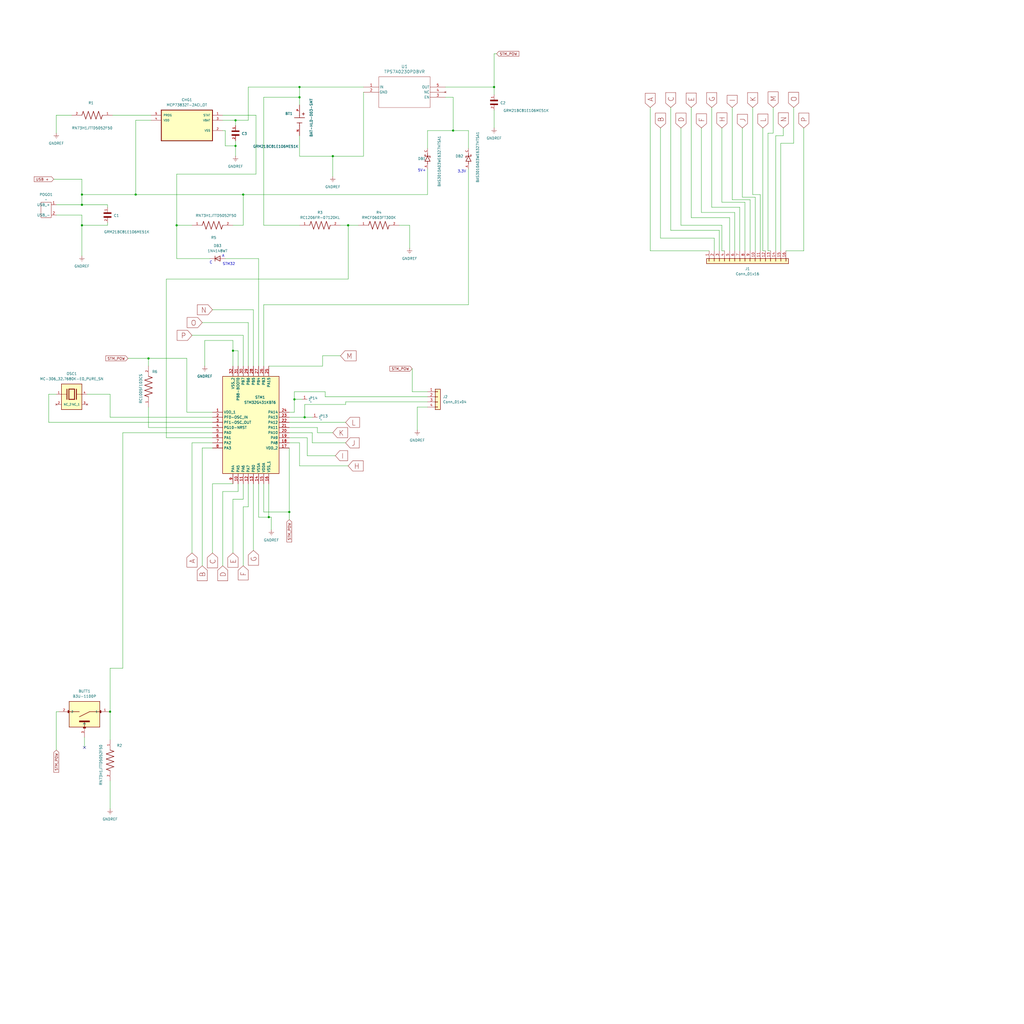
<source format=kicad_sch>
(kicad_sch (version 20250114) (generator "eeschema") (generator_version "9.0")
  (paper "User" 508 508)
  (lib_symbols
    (symbol "B3U-1100P:B3U-1100P" (pin_names (offset 1.016))
      (property "Reference" "S" (at 7.6291 -5.0861 0))
      (property "Value" "B3U-1100P" (at 7.6346 -10.1794 0))
      (symbol "B3U-1100P_0_0"
        (rectangle (start -8.2645 -0.6357) (end -7.62 0.635) (stroke (width 0.1)) (fill (type outline)))
        (rectangle (start -7.62 -7.62) (end 7.62 5.08) (stroke (width 0.254)) (fill (type background)))
        (rectangle (start -2.5423 -5.0846) (end 2.54 -4.445) (stroke (width 0.1)) (fill (type outline)))
        (polyline (pts (xy -2.54 0) (xy -7.62 0)) (stroke (width 0.254)))
        (polyline (pts (xy -2.54 -2.54) (xy 2.54 0)) (stroke (width 0.254)))
        (polyline (pts (xy -2.54 -5.08) (xy 0 -5.08)) (stroke (width 0.254)))
        (rectangle (start -0.6357 -8.2643) (end 0.635 -7.62) (stroke (width 0.1)) (fill (type outline)))
        (polyline (pts (xy 0 -5.08) (xy 0 -7.62)) (stroke (width 0.254)))
        (polyline (pts (xy 0 -5.08) (xy 2.54 -5.08)) (stroke (width 0.254)))
        (polyline (pts (xy 2.54 0) (xy 7.62 0)) (stroke (width 0.254)))
        (rectangle (start 7.6245 -0.6354) (end 8.255 0.635) (stroke (width 0.1)) (fill (type outline)))
        (pin passive line (at -12.7 0 0) (length 5.08) (name "2") (number "2"))
        (pin passive line (at 0 -12.7 90) (length 5.08) (name "3") (number "3"))
        (pin passive line (at 12.7 0 180) (length 5.08) (name "1") (number "1"))
      )
    )
    (symbol "BAS3010A03WE6327HTSA1:BAS3010A03WE6327HTSA1" (pin_names (offset 1.016))
      (property "Reference" "D" (at -5.08 2.54 0))
      (property "Value" "BAS3010A03WE6327HTSA1" (at -5.08 -3.81 0))
      (symbol "BAS3010A03WE6327HTSA1_0_0"
        (polyline (pts (xy -2.54 0) (xy -1.27 0)) (stroke (width 0.254)))
        (polyline (pts (xy -1.27 1.27) (xy -1.27 -1.27)) (stroke (width 0.254)))
        (polyline (pts (xy -1.27 -1.27) (xy 1.27 0)) (stroke (width 0.254)))
        (polyline (pts (xy 0.635 -1.016) (xy 0.635 -1.27)) (stroke (width 0.254)))
        (polyline (pts (xy 1.27 1.27) (xy 1.27 -1.27)) (stroke (width 0.254)))
        (polyline (pts (xy 1.27 0) (xy -1.27 1.27)) (stroke (width 0.254)))
        (polyline (pts (xy 1.27 -1.27) (xy 0.635 -1.27)) (stroke (width 0.254)))
        (polyline (pts (xy 1.905 1.27) (xy 1.27 1.27)) (stroke (width 0.254)))
        (polyline (pts (xy 1.905 1.27) (xy 1.905 1.016)) (stroke (width 0.254)))
        (polyline (pts (xy 2.54 0) (xy 1.27 0)) (stroke (width 0.254)))
        (pin passive line (at -5.08 0 0) (length 2.54) (name "~") (number "A"))
        (pin passive line (at 5.08 0 180) (length 2.54) (name "~") (number "C"))
      )
    )
    (symbol "BAT-HLD-003-SMT_CUT:BAT-HLD-003-SMT" (pin_names (offset 1.016))
      (property "Reference" "BT" (at -3.81 3.81 0))
      (property "Value" "BAT-HLD-003-SMT" (at -3.81 -5.08 0))
      (symbol "BAT-HLD-003-SMT_0_0"
        (polyline (pts (xy -3.81 1.905) (xy -2.54 1.905)) (stroke (width 0.254)))
        (polyline (pts (xy -3.175 2.54) (xy -3.175 1.27)) (stroke (width 0.254)))
        (polyline (pts (xy -1.27 2.54) (xy -1.27 0)) (stroke (width 0.254)))
        (polyline (pts (xy -1.27 0) (xy -2.54 0)) (stroke (width 0.254)))
        (polyline (pts (xy -1.27 0) (xy -1.27 -2.54)) (stroke (width 0.254)))
        (polyline (pts (xy 1.27 1.27) (xy 1.27 0)) (stroke (width 0.254)))
        (polyline (pts (xy 1.27 0) (xy 1.27 -1.27)) (stroke (width 0.254)))
        (polyline (pts (xy 1.27 0) (xy 2.54 0)) (stroke (width 0.254)))
        (pin passive line (at 7.62 0 180) (length 5.08) (name "~") (number "N"))
      )
      (symbol "BAT-HLD-003-SMT_1_0"
        (pin passive line (at -7.62 0 0) (length 5.08) (name "~") (number "P"))
      )
    )
    (symbol "Connector_Generic:Conn_01x04" (pin_names (offset 1.016) (hide yes))
      (property "Reference" "J" (at 0 5.08 0))
      (property "Value" "Conn_01x04" (at 0 -7.62 0))
      (symbol "Conn_01x04_1_1"
        (rectangle (start -1.27 3.81) (end 1.27 -6.35) (stroke (width 0.254)) (fill (type background)))
        (rectangle (start -1.27 2.667) (end 0 2.413) (stroke (width 0.1524)))
        (rectangle (start -1.27 0.127) (end 0 -0.127) (stroke (width 0.1524)))
        (rectangle (start -1.27 -2.413) (end 0 -2.667) (stroke (width 0.1524)))
        (rectangle (start -1.27 -4.953) (end 0 -5.207) (stroke (width 0.1524)))
        (pin passive line (at -5.08 2.54 0) (length 3.81) (name "Pin_1") (number "1"))
        (pin passive line (at -5.08 0 0) (length 3.81) (name "Pin_2") (number "2"))
        (pin passive line (at -5.08 -2.54 0) (length 3.81) (name "Pin_3") (number "3"))
        (pin passive line (at -5.08 -5.08 0) (length 3.81) (name "Pin_4") (number "4"))
      )
    )
    (symbol "Connector_Generic:Conn_01x16" (pin_names (offset 1.016) (hide yes))
      (property "Reference" "J" (at 0 20.32 0))
      (property "Value" "Conn_01x16" (at 0 -22.86 0))
      (symbol "Conn_01x16_1_1"
        (rectangle (start -1.27 19.05) (end 1.27 -21.59) (stroke (width 0.254)) (fill (type background)))
        (rectangle (start -1.27 17.907) (end 0 17.653) (stroke (width 0.1524)))
        (rectangle (start -1.27 15.367) (end 0 15.113) (stroke (width 0.1524)))
        (rectangle (start -1.27 12.827) (end 0 12.573) (stroke (width 0.1524)))
        (rectangle (start -1.27 10.287) (end 0 10.033) (stroke (width 0.1524)))
        (rectangle (start -1.27 7.747) (end 0 7.493) (stroke (width 0.1524)))
        (rectangle (start -1.27 5.207) (end 0 4.953) (stroke (width 0.1524)))
        (rectangle (start -1.27 2.667) (end 0 2.413) (stroke (width 0.1524)))
        (rectangle (start -1.27 0.127) (end 0 -0.127) (stroke (width 0.1524)))
        (rectangle (start -1.27 -2.413) (end 0 -2.667) (stroke (width 0.1524)))
        (rectangle (start -1.27 -4.953) (end 0 -5.207) (stroke (width 0.1524)))
        (rectangle (start -1.27 -7.493) (end 0 -7.747) (stroke (width 0.1524)))
        (rectangle (start -1.27 -10.033) (end 0 -10.287) (stroke (width 0.1524)))
        (rectangle (start -1.27 -12.573) (end 0 -12.827) (stroke (width 0.1524)))
        (rectangle (start -1.27 -15.113) (end 0 -15.367) (stroke (width 0.1524)))
        (rectangle (start -1.27 -17.653) (end 0 -17.907) (stroke (width 0.1524)))
        (rectangle (start -1.27 -20.193) (end 0 -20.447) (stroke (width 0.1524)))
        (pin passive line (at -5.08 17.78 0) (length 3.81) (name "Pin_1") (number "1"))
        (pin passive line (at -5.08 15.24 0) (length 3.81) (name "Pin_2") (number "2"))
        (pin passive line (at -5.08 12.7 0) (length 3.81) (name "Pin_3") (number "3"))
        (pin passive line (at -5.08 10.16 0) (length 3.81) (name "Pin_4") (number "4"))
        (pin passive line (at -5.08 7.62 0) (length 3.81) (name "Pin_5") (number "5"))
        (pin passive line (at -5.08 5.08 0) (length 3.81) (name "Pin_6") (number "6"))
        (pin passive line (at -5.08 2.54 0) (length 3.81) (name "Pin_7") (number "7"))
        (pin passive line (at -5.08 0 0) (length 3.81) (name "Pin_8") (number "8"))
        (pin passive line (at -5.08 -2.54 0) (length 3.81) (name "Pin_9") (number "9"))
        (pin passive line (at -5.08 -5.08 0) (length 3.81) (name "Pin_10") (number "10"))
        (pin passive line (at -5.08 -7.62 0) (length 3.81) (name "Pin_11") (number "11"))
        (pin passive line (at -5.08 -10.16 0) (length 3.81) (name "Pin_12") (number "12"))
        (pin passive line (at -5.08 -12.7 0) (length 3.81) (name "Pin_13") (number "13"))
        (pin passive line (at -5.08 -15.24 0) (length 3.81) (name "Pin_14") (number "14"))
        (pin passive line (at -5.08 -17.78 0) (length 3.81) (name "Pin_15") (number "15"))
        (pin passive line (at -5.08 -20.32 0) (length 3.81) (name "Pin_16") (number "16"))
      )
    )
    (symbol "Diode:1N4148WT" (pin_numbers (hide yes)) (pin_names (hide yes))
      (property "Reference" "D" (at 0 2.54 0))
      (property "Value" "1N4148WT" (at 0 -2.54 0))
      (symbol "1N4148WT_0_1"
        (polyline (pts (xy -1.27 1.27) (xy -1.27 -1.27)) (stroke (width 0.254)))
        (polyline (pts (xy 1.27 1.27) (xy 1.27 -1.27) (xy -1.27 0) (xy 1.27 1.27)) (stroke (width 0.254)))
        (polyline (pts (xy 1.27 0) (xy -1.27 0)))
      )
      (symbol "1N4148WT_1_1"
        (pin passive line (at -3.81 0 0) (length 2.54) (name "K") (number "1"))
        (pin passive line (at 3.81 0 180) (length 2.54) (name "A") (number "2"))
      )
    )
    (symbol "GRM21BC81E106ME51K:GRM21BC81E106ME51K" (pin_names (offset 1.016))
      (property "Reference" "C" (at 0 3.8109 0))
      (property "Value" "GRM21BC81E106ME51K" (at 0 -5.0885 0))
      (symbol "GRM21BC81E106ME51K_0_0"
        (rectangle (start 0 -1.9069) (end 0.635 1.905) (stroke (width 0.1)) (fill (type outline)))
        (rectangle (start 1.9069 -1.9069) (end 2.54 1.905) (stroke (width 0.1)) (fill (type outline)))
        (pin passive line (at -2.54 0 0) (length 2.54) (name "~") (number "1"))
        (pin passive line (at 5.08 0 180) (length 2.54) (name "~") (number "2"))
      )
    )
    (symbol "MC-306_32.7680K-E0_PURE_SN:MC-306_32.7680K-E0_PURE_SN" (pin_names (offset 1.016))
      (property "Reference" "Y" (at -5.0878 6.3559 0))
      (property "Value" "MC-306_32.7680K-E0_PURE_SN" (at -5.0944 -10.16 0))
      (symbol "MC-306_32.7680K-E0_PURE_SN_0_0"
        (polyline (pts (xy -5.08 0) (xy -2.54 0)) (stroke (width 0.1524)))
        (rectangle (start -5.08 -7.62) (end 5.08 5.08) (stroke (width 0.254)) (fill (type background)))
        (polyline (pts (xy -2.3368 2.54) (xy -2.3368 -2.54)) (stroke (width 0.4064)))
        (polyline (pts (xy -1.397 2.54) (xy -1.397 -2.54)) (stroke (width 0.4064)))
        (polyline (pts (xy -1.397 2.54) (xy 1.397 2.54)) (stroke (width 0.4064)))
        (polyline (pts (xy 1.397 2.54) (xy 1.397 -2.54)) (stroke (width 0.4064)))
        (polyline (pts (xy 1.397 -2.54) (xy -1.397 -2.54)) (stroke (width 0.4064)))
        (polyline (pts (xy 2.3368 2.54) (xy 2.3368 -2.54)) (stroke (width 0.4064)))
        (polyline (pts (xy 2.54 0) (xy 5.08 0)) (stroke (width 0.1524)))
        (pin passive line (at -7.62 0 0) (length 2.54) (name "~") (number "1"))
        (pin passive line (at 7.62 0 180) (length 2.54) (name "~") (number "4"))
      )
      (symbol "MC-306_32.7680K-E0_PURE_SN_1_0"
        (pin no_connect line (at -7.62 -5.08 0) (length 2.54) (name "NC_2") (number "2"))
        (pin no_connect line (at 7.62 -5.08 180) (length 2.54) (name "NC_1") (number "3"))
      )
    )
    (symbol "MCP73832T-2ACI_OT:MCP73832T-2ACI_OT" (pin_names (offset 1.016))
      (property "Reference" "U" (at -12.7 8.62 0))
      (property "Value" "MCP73832T-2ACI_OT" (at -12.7 -11.62 0))
      (symbol "MCP73832T-2ACI_OT_0_0"
        (rectangle (start -12.7 -7.62) (end 12.7 7.62) (stroke (width 0.41)) (fill (type background)))
        (pin input line (at -17.78 5.08 0) (length 5.08) (name "PROG") (number "5"))
        (pin input line (at -17.78 2.54 0) (length 5.08) (name "VDD") (number "4"))
        (pin output line (at 17.78 5.08 180) (length 5.08) (name "STAT") (number "1"))
        (pin output line (at 17.78 2.54 180) (length 5.08) (name "VBAT") (number "3"))
        (pin power_in line (at 17.78 -2.54 180) (length 5.08) (name "VSS") (number "2"))
      )
    )
    (symbol "PGO:POGO_FEMALE_2"
      (property "Reference" "POGO" (at 0 -1.27 0))
      (symbol "POGO_FEMALE_2_0_1"
        (rectangle (start -2.54 7.62) (end 2.54 0))
      )
      (symbol "POGO_FEMALE_2_1_1"
        (pin input line (at 5.08 6.35 180) (length 2.54) (name "USB_+") (number "1"))
        (pin input line (at 5.08 1.27 180) (length 2.54) (name "USB_-") (number "2"))
      )
    )
    (symbol "PGO:PROGPAD"
      (property "Reference" "PROGPAD" (at 0 0 0))
      (symbol "PROGPAD_1_1"
        (pin input line (at -2.54 3.81 0) (length 2.54) (name "1") (number "1"))
      )
    )
    (symbol "RC1005F103CS:RC1005F103CS" (pin_names (offset 1.016))
      (property "Reference" "R" (at -7.6244 2.5415 0))
      (property "Value" "RC1005F103CS" (at -7.63 -5.0866 0))
      (symbol "RC1005F103CS_0_0"
        (polyline (pts (xy -5.08 0) (xy -4.445 1.905)) (stroke (width 0.254)))
        (polyline (pts (xy -4.445 1.905) (xy -3.175 -1.905)) (stroke (width 0.254)))
        (polyline (pts (xy -3.175 -1.905) (xy -1.905 1.905)) (stroke (width 0.254)))
        (polyline (pts (xy -1.905 1.905) (xy -0.635 -1.905)) (stroke (width 0.254)))
        (polyline (pts (xy -0.635 -1.905) (xy 0.635 1.905)) (stroke (width 0.254)))
        (polyline (pts (xy 0.635 1.905) (xy 1.905 -1.905)) (stroke (width 0.254)))
        (polyline (pts (xy 1.905 -1.905) (xy 3.175 1.905)) (stroke (width 0.254)))
        (polyline (pts (xy 3.175 1.905) (xy 4.445 -1.905)) (stroke (width 0.254)))
        (polyline (pts (xy 4.445 -1.905) (xy 5.08 0)) (stroke (width 0.254)))
        (pin passive line (at -10.16 0 0) (length 5.08) (name "~") (number "1"))
        (pin passive line (at 10.16 0 180) (length 5.08) (name "~") (number "2"))
      )
    )
    (symbol "RC1206FR-07120KL:RC1206FR-07120KL" (pin_names (offset 1.016))
      (property "Reference" "R" (at -7.6244 2.5415 0))
      (property "Value" "RC1206FR-07120KL" (at -7.63 -5.0866 0))
      (symbol "RC1206FR-07120KL_0_0"
        (polyline (pts (xy -5.08 0) (xy -4.445 1.905)) (stroke (width 0.254)))
        (polyline (pts (xy -4.445 1.905) (xy -3.175 -1.905)) (stroke (width 0.254)))
        (polyline (pts (xy -3.175 -1.905) (xy -1.905 1.905)) (stroke (width 0.254)))
        (polyline (pts (xy -1.905 1.905) (xy -0.635 -1.905)) (stroke (width 0.254)))
        (polyline (pts (xy -0.635 -1.905) (xy 0.635 1.905)) (stroke (width 0.254)))
        (polyline (pts (xy 0.635 1.905) (xy 1.905 -1.905)) (stroke (width 0.254)))
        (polyline (pts (xy 1.905 -1.905) (xy 3.175 1.905)) (stroke (width 0.254)))
        (polyline (pts (xy 3.175 1.905) (xy 4.445 -1.905)) (stroke (width 0.254)))
        (polyline (pts (xy 4.445 -1.905) (xy 5.08 0)) (stroke (width 0.254)))
        (pin passive line (at -10.16 0 0) (length 5.08) (name "~") (number "1"))
        (pin passive line (at 10.16 0 180) (length 5.08) (name "~") (number "2"))
      )
    )
    (symbol "RMCF0603FT300K:RMCF0603FT300K" (pin_names (offset 1.016))
      (property "Reference" "R" (at -7.6244 2.5415 0))
      (property "Value" "RMCF0603FT300K" (at -7.63 -5.0866 0))
      (symbol "RMCF0603FT300K_0_0"
        (polyline (pts (xy -5.08 0) (xy -4.445 1.905)) (stroke (width 0.254)))
        (polyline (pts (xy -4.445 1.905) (xy -3.175 -1.905)) (stroke (width 0.254)))
        (polyline (pts (xy -3.175 -1.905) (xy -1.905 1.905)) (stroke (width 0.254)))
        (polyline (pts (xy -1.905 1.905) (xy -0.635 -1.905)) (stroke (width 0.254)))
        (polyline (pts (xy -0.635 -1.905) (xy 0.635 1.905)) (stroke (width 0.254)))
        (polyline (pts (xy 0.635 1.905) (xy 1.905 -1.905)) (stroke (width 0.254)))
        (polyline (pts (xy 1.905 -1.905) (xy 3.175 1.905)) (stroke (width 0.254)))
        (polyline (pts (xy 3.175 1.905) (xy 4.445 -1.905)) (stroke (width 0.254)))
        (polyline (pts (xy 4.445 -1.905) (xy 5.08 0)) (stroke (width 0.254)))
        (pin passive line (at -10.16 0 0) (length 5.08) (name "~") (number "1"))
        (pin passive line (at 10.16 0 180) (length 5.08) (name "~") (number "2"))
      )
    )
    (symbol "RN73H1JTTD5052F50:RN73H1JTTD5052F50" (pin_names (offset 1.016))
      (property "Reference" "R" (at -7.6244 2.5415 0))
      (property "Value" "RN73H1JTTD5052F50" (at -7.63 -5.0866 0))
      (symbol "RN73H1JTTD5052F50_0_0"
        (polyline (pts (xy -5.08 0) (xy -4.445 1.905)) (stroke (width 0.254)))
        (polyline (pts (xy -4.445 1.905) (xy -3.175 -1.905)) (stroke (width 0.254)))
        (polyline (pts (xy -3.175 -1.905) (xy -1.905 1.905)) (stroke (width 0.254)))
        (polyline (pts (xy -1.905 1.905) (xy -0.635 -1.905)) (stroke (width 0.254)))
        (polyline (pts (xy -0.635 -1.905) (xy 0.635 1.905)) (stroke (width 0.254)))
        (polyline (pts (xy 0.635 1.905) (xy 1.905 -1.905)) (stroke (width 0.254)))
        (polyline (pts (xy 1.905 -1.905) (xy 3.175 1.905)) (stroke (width 0.254)))
        (polyline (pts (xy 3.175 1.905) (xy 4.445 -1.905)) (stroke (width 0.254)))
        (polyline (pts (xy 4.445 -1.905) (xy 5.08 0)) (stroke (width 0.254)))
        (pin passive line (at -10.16 0 0) (length 5.08) (name "~") (number "1"))
        (pin passive line (at 10.16 0 180) (length 5.08) (name "~") (number "2"))
      )
    )
    (symbol "STM32G431KBT6:STM32G431KBT6"
      (property "Reference" "IC" (at 34.29 22.86 0))
      (property "Value" "STM32G431KBT6" (at 34.29 20.32 0))
      (symbol "STM32G431KBT6_1_1"
        (rectangle (start 5.08 17.78) (end 33.02 -30.48) (stroke (width 0.254)) (fill (type background)))
        (pin passive line (at 0 0 0) (length 5.08) (name "VDD_1") (number "1"))
        (pin passive line (at 0 -2.54 0) (length 5.08) (name "PF0-OSC_IN") (number "2"))
        (pin passive line (at 0 -5.08 0) (length 5.08) (name "PF1-OSC_OUT") (number "3"))
        (pin passive line (at 0 -7.62 0) (length 5.08) (name "PG10-NRST") (number "4"))
        (pin passive line (at 0 -10.16 0) (length 5.08) (name "PA0") (number "5"))
        (pin passive line (at 0 -12.7 0) (length 5.08) (name "PA1") (number "6"))
        (pin passive line (at 0 -15.24 0) (length 5.08) (name "PA2") (number "7"))
        (pin passive line (at 0 -17.78 0) (length 5.08) (name "PA3") (number "8"))
        (pin passive line (at 10.16 22.86 270) (length 5.08) (name "VSS_2") (number "32"))
        (pin passive line (at 10.16 -35.56 90) (length 5.08) (name "PA4") (number "9"))
        (pin passive line (at 12.7 22.86 270) (length 5.08) (name "PB8-BOOT0") (number "31"))
        (pin passive line (at 12.7 -35.56 90) (length 5.08) (name "PA5") (number "10"))
        (pin passive line (at 15.24 22.86 270) (length 5.08) (name "PB7") (number "30"))
        (pin passive line (at 15.24 -35.56 90) (length 5.08) (name "PA6") (number "11"))
        (pin passive line (at 17.78 22.86 270) (length 5.08) (name "PB6") (number "29"))
        (pin passive line (at 17.78 -35.56 90) (length 5.08) (name "PA7") (number "12"))
        (pin passive line (at 20.32 22.86 270) (length 5.08) (name "PB5") (number "28"))
        (pin passive line (at 20.32 -35.56 90) (length 5.08) (name "PB0") (number "13"))
        (pin passive line (at 22.86 22.86 270) (length 5.08) (name "PB4") (number "27"))
        (pin passive line (at 22.86 -35.56 90) (length 5.08) (name "VSSA") (number "14"))
        (pin passive line (at 25.4 22.86 270) (length 5.08) (name "PB3") (number "26"))
        (pin passive line (at 25.4 -35.56 90) (length 5.08) (name "VDDA") (number "15"))
        (pin passive line (at 27.94 22.86 270) (length 5.08) (name "PA15") (number "25"))
        (pin passive line (at 27.94 -35.56 90) (length 5.08) (name "VSS_1") (number "16"))
        (pin passive line (at 38.1 0 180) (length 5.08) (name "PA14") (number "24"))
        (pin passive line (at 38.1 -2.54 180) (length 5.08) (name "PA13") (number "23"))
        (pin passive line (at 38.1 -5.08 180) (length 5.08) (name "PA12") (number "22"))
        (pin passive line (at 38.1 -7.62 180) (length 5.08) (name "PA11") (number "21"))
        (pin passive line (at 38.1 -10.16 180) (length 5.08) (name "PA10") (number "20"))
        (pin passive line (at 38.1 -12.7 180) (length 5.08) (name "PA9") (number "19"))
        (pin passive line (at 38.1 -15.24 180) (length 5.08) (name "PA8") (number "18"))
        (pin passive line (at 38.1 -17.78 180) (length 5.08) (name "VDD_2") (number "17"))
      )
    )
    (symbol "TPS7A0230PDBVR:TPS7A0230PDBVR" (pin_names (offset 0.254))
      (property "Reference" "U" (at 20.32 10.16 0))
      (property "Value" "TPS7A0230PDBVR" (at 20.32 7.62 0))
      (symbol "TPS7A0230PDBVR_0_1"
        (polyline (pts (xy 7.62 5.08) (xy 7.62 -10.16)) (stroke (width 0.127)))
        (polyline (pts (xy 7.62 -10.16) (xy 33.02 -10.16)) (stroke (width 0.127)))
        (polyline (pts (xy 33.02 5.08) (xy 7.62 5.08)) (stroke (width 0.127)))
        (polyline (pts (xy 33.02 -10.16) (xy 33.02 5.08)) (stroke (width 0.127)))
        (pin input line (at 0 0 0) (length 7.62) (name "IN") (number "1"))
        (pin power_out line (at 0 -2.54 0) (length 7.62) (name "GND") (number "2"))
        (pin output line (at 40.64 0 180) (length 7.62) (name "OUT") (number "5"))
        (pin no_connect line (at 40.64 -2.54 180) (length 7.62) (name "NC") (number "4"))
        (pin input line (at 40.64 -5.08 180) (length 7.62) (name "EN") (number "3"))
      )
    )
    (symbol "power:GNDREF" (power) (pin_numbers (hide yes)) (pin_names (offset 0) (hide yes))
      (property "Value" "GNDREF" (at 0 -3.81 0))
      (symbol "GNDREF_0_1"
        (polyline (pts (xy -0.635 -1.905) (xy 0.635 -1.905)))
        (polyline (pts (xy -0.127 -2.54) (xy 0.127 -2.54)))
        (polyline (pts (xy 0 -1.27) (xy 0 0)))
        (polyline (pts (xy 1.27 -1.27) (xy -1.27 -1.27)))
      )
      (symbol "GNDREF_1_1"
        (pin power_in line (at 0 0 270) (length 0) (name "~") (number "1"))
      )
    )
  )
  (text "3.3V" (at 229.108 85.09 0) (effects (font (size 1.27 1.27))))
  (text "STM32" (at 113.538 131.064 0) (effects (font (size 1.27 1.27))))
  (text "C" (at 104.648 130.302 0) (effects (font (size 1.27 1.27))))
  (text "A" (at 110.744 127 0) (effects (font (size 1.27 1.27))))
  (text "5V+" (at 209.296 84.582 0) (effects (font (size 1.27 1.27))))
  (junction (at 40.64 101.6))
  (junction (at 224.79 64.77))
  (junction (at 67.31 96.52))
  (junction (at 133.35 256.54))
  (junction (at 40.64 96.52))
  (junction (at 245.11 43.18))
  (junction (at 115.57 173.99))
  (junction (at 146.05 198.12))
  (junction (at 120.65 96.52))
  (junction (at 151.13 207.01))
  (junction (at 87.63 111.76))
  (junction (at 40.64 111.76))
  (junction (at 172.72 111.76))
  (junction (at 54.61 353.06))
  (junction (at 116.84 72.39))
  (junction (at 116.84 59.69))
  (junction (at 148.59 48.26))
  (junction (at 73.66 177.8))
  (junction (at 148.59 43.18))
  (junction (at 143.51 254))
  (junction (at 165.1 77.47))
  (no_connect (at 41.91 370.84))
  (wire (pts (xy 111.76 72.39) (xy 116.84 72.39)))
  (wire (pts (xy 116.84 59.69) (xy 116.84 62.23)))
  (wire (pts (xy 148.59 48.26) (xy 130.81 48.26)))
  (wire (pts (xy 203.2 111.76) (xy 203.2 123.19)))
  (wire (pts (xy 55.88 57.15) (xy 74.93 57.15)))
  (wire (pts (xy 337.82 111.76) (xy 358.14 111.76)))
  (wire (pts (xy 143.51 207.01) (xy 151.13 207.01)))
  (wire (pts (xy 148.59 77.47) (xy 165.1 77.47)))
  (wire (pts (xy 105.41 217.17) (xy 82.55 217.17)))
  (wire (pts (xy 327.66 118.11) (xy 354.33 118.11)))
  (wire (pts (xy 398.78 63.5) (xy 398.78 124.46)))
  (wire (pts (xy 143.51 254) (xy 143.51 257.81)))
  (wire (pts (xy 361.95 107.95) (xy 361.95 124.46)))
  (wire (pts (xy 130.81 48.26) (xy 130.81 111.76)))
  (wire (pts (xy 116.84 59.69) (xy 123.19 59.69)))
  (wire (pts (xy 123.19 160.02) (xy 123.19 181.61)))
  (wire (pts (xy 67.31 59.69) (xy 67.31 96.52)))
  (wire (pts (xy 115.57 181.61) (xy 115.57 173.99)))
  (wire (pts (xy 388.62 67.31) (xy 384.81 67.31)))
  (wire (pts (xy 127 57.15) (xy 127 86.36)))
  (wire (pts (xy 60.96 331.47) (xy 60.96 214.63)))
  (wire (pts (xy 115.57 247.65) (xy 115.57 274.32)))
  (wire (pts (xy 143.51 219.71) (xy 148.59 219.71)))
  (wire (pts (xy 212.09 64.77) (xy 224.79 64.77)))
  (wire (pts (xy 378.46 63.5) (xy 378.46 124.46)))
  (wire (pts (xy 363.22 99.06) (xy 372.11 99.06)))
  (wire (pts (xy 40.64 88.9) (xy 40.64 96.52)))
  (wire (pts (xy 378.46 124.46) (xy 379.73 124.46)))
  (wire (pts (xy 342.9 107.95) (xy 361.95 107.95)))
  (wire (pts (xy 120.65 111.76) (xy 120.65 96.52)))
  (wire (pts (xy 372.11 99.06) (xy 372.11 124.46)))
  (wire (pts (xy 151.13 200.66) (xy 171.45 200.66)))
  (wire (pts (xy 24.13 209.55) (xy 105.41 209.55)))
  (wire (pts (xy 161.29 194.31) (xy 146.05 194.31)))
  (wire (pts (xy 73.66 177.8) (xy 73.66 181.61)))
  (wire (pts (xy 152.4 217.17) (xy 152.4 226.06)))
  (wire (pts (xy 367.03 102.87) (xy 367.03 124.46)))
  (wire (pts (xy 54.61 353.06) (xy 54.61 367.03)))
  (wire (pts (xy 204.47 182.88) (xy 204.47 194.31)))
  (wire (pts (xy 232.41 73.66) (xy 232.41 64.77)))
  (wire (pts (xy 118.11 181.61) (xy 118.11 173.99)))
  (wire (pts (xy 130.81 240.03) (xy 130.81 254)))
  (wire (pts (xy 128.27 128.27) (xy 128.27 181.61)))
  (wire (pts (xy 73.66 212.09) (xy 105.41 212.09)))
  (wire (pts (xy 40.64 101.6) (xy 53.34 101.6)))
  (wire (pts (xy 353.06 102.87) (xy 367.03 102.87)))
  (wire (pts (xy 160.02 176.53) (xy 160.02 181.61)))
  (wire (pts (xy 245.11 26.67) (xy 246.38 26.67)))
  (wire (pts (xy 212.09 64.77) (xy 212.09 73.66)))
  (wire (pts (xy 245.11 54.61) (xy 245.11 63.5)))
  (wire (pts (xy 148.59 52.07) (xy 148.59 48.26)))
  (wire (pts (xy 157.48 214.63) (xy 165.1 214.63)))
  (wire (pts (xy 120.65 96.52) (xy 212.09 96.52)))
  (wire (pts (xy 245.11 43.18) (xy 245.11 46.99)))
  (wire (pts (xy 358.14 100.33) (xy 369.57 100.33)))
  (wire (pts (xy 125.73 153.67) (xy 125.73 181.61)))
  (wire (pts (xy 82.55 217.17) (xy 82.55 138.43)))
  (wire (pts (xy 347.98 63.5) (xy 347.98 105.41)))
  (wire (pts (xy 130.81 151.13) (xy 232.41 151.13)))
  (wire (pts (xy 322.58 53.34) (xy 322.58 124.46)))
  (wire (pts (xy 27.94 57.15) (xy 27.94 66.04)))
  (wire (pts (xy 220.98 48.26) (xy 224.79 48.26)))
  (wire (pts (xy 387.35 71.12) (xy 387.35 124.46)))
  (wire (pts (xy 54.61 387.35) (xy 54.61 401.32)))
  (wire (pts (xy 148.59 231.14) (xy 172.72 231.14)))
  (wire (pts (xy 87.63 111.76) (xy 87.63 128.27)))
  (wire (pts (xy 95.25 219.71) (xy 105.41 219.71)))
  (wire (pts (xy 143.51 209.55) (xy 171.45 209.55)))
  (wire (pts (xy 369.57 100.33) (xy 369.57 124.46)))
  (wire (pts (xy 40.64 111.76) (xy 53.34 111.76)))
  (wire (pts (xy 123.19 59.69) (xy 123.19 43.18)))
  (wire (pts (xy 24.13 195.58) (xy 24.13 209.55)))
  (wire (pts (xy 27.94 106.68) (xy 40.64 106.68)))
  (wire (pts (xy 143.51 214.63) (xy 154.94 214.63)))
  (wire (pts (xy 40.64 111.76) (xy 40.64 127)))
  (wire (pts (xy 111.76 72.39) (xy 111.76 64.77)))
  (wire (pts (xy 130.81 181.61) (xy 130.81 151.13)))
  (wire (pts (xy 60.96 331.47) (xy 54.61 331.47)))
  (wire (pts (xy 100.33 160.02) (xy 123.19 160.02)))
  (wire (pts (xy 168.91 176.53) (xy 160.02 176.53)))
  (wire (pts (xy 115.57 111.76) (xy 120.65 111.76)))
  (wire (pts (xy 224.79 48.26) (xy 224.79 64.77)))
  (wire (pts (xy 40.64 96.52) (xy 40.64 101.6)))
  (wire (pts (xy 110.49 59.69) (xy 116.84 59.69)))
  (wire (pts (xy 134.62 256.54) (xy 134.62 262.89)))
  (wire (pts (xy 373.38 53.34) (xy 373.38 96.52)))
  (wire (pts (xy 110.49 57.15) (xy 127 57.15)))
  (wire (pts (xy 157.48 212.09) (xy 157.48 214.63)))
  (wire (pts (xy 120.65 166.37) (xy 120.65 181.61)))
  (wire (pts (xy 322.58 124.46) (xy 351.79 124.46)))
  (wire (pts (xy 133.35 256.54) (xy 134.62 256.54)))
  (wire (pts (xy 165.1 77.47) (xy 180.34 77.47)))
  (wire (pts (xy 154.94 219.71) (xy 171.45 219.71)))
  (wire (pts (xy 95.25 219.71) (xy 95.25 274.32)))
  (wire (pts (xy 111.76 128.27) (xy 128.27 128.27)))
  (wire (pts (xy 172.72 111.76) (xy 172.72 138.43)))
  (wire (pts (xy 82.55 138.43) (xy 172.72 138.43)))
  (wire (pts (xy 212.09 199.39) (xy 171.45 199.39)))
  (wire (pts (xy 87.63 111.76) (xy 95.25 111.76)))
  (wire (pts (xy 358.14 111.76) (xy 358.14 124.46)))
  (wire (pts (xy 337.82 63.5) (xy 337.82 111.76)))
  (wire (pts (xy 105.41 204.47) (xy 92.71 204.47)))
  (wire (pts (xy 143.51 222.25) (xy 143.51 254)))
  (wire (pts (xy 363.22 53.34) (xy 363.22 99.06)))
  (wire (pts (xy 116.84 69.85) (xy 116.84 72.39)))
  (wire (pts (xy 53.34 111.76) (xy 53.34 110.49)))
  (wire (pts (xy 118.11 240.03) (xy 118.11 243.84)))
  (wire (pts (xy 53.34 101.6) (xy 53.34 102.87)))
  (wire (pts (xy 92.71 177.8) (xy 73.66 177.8)))
  (wire (pts (xy 130.81 111.76) (xy 148.59 111.76)))
  (wire (pts (xy 116.84 72.39) (xy 116.84 77.47)))
  (wire (pts (xy 54.61 195.58) (xy 54.61 207.01)))
  (wire (pts (xy 198.12 111.76) (xy 203.2 111.76)))
  (wire (pts (xy 123.19 240.03) (xy 123.19 251.46)))
  (wire (pts (xy 67.31 59.69) (xy 74.93 59.69)))
  (wire (pts (xy 101.6 168.91) (xy 101.6 181.61)))
  (wire (pts (xy 207.01 201.93) (xy 207.01 213.36)))
  (wire (pts (xy 160.02 181.61) (xy 133.35 181.61)))
  (wire (pts (xy 92.71 204.47) (xy 92.71 177.8)))
  (wire (pts (xy 73.66 212.09) (xy 73.66 201.93)))
  (wire (pts (xy 212.09 96.52) (xy 212.09 83.82)))
  (wire (pts (xy 342.9 53.34) (xy 342.9 107.95)))
  (wire (pts (xy 377.19 96.52) (xy 377.19 124.46)))
  (wire (pts (xy 54.61 331.47) (xy 54.61 353.06)))
  (wire (pts (xy 148.59 48.26) (xy 148.59 43.18)))
  (wire (pts (xy 207.01 201.93) (xy 212.09 201.93)))
  (wire (pts (xy 73.66 177.8) (xy 63.5 177.8)))
  (wire (pts (xy 128.27 240.03) (xy 128.27 256.54)))
  (wire (pts (xy 374.65 97.79) (xy 374.65 124.46)))
  (wire (pts (xy 327.66 63.5) (xy 327.66 118.11)))
  (wire (pts (xy 148.59 43.18) (xy 180.34 43.18)))
  (wire (pts (xy 100.33 222.25) (xy 100.33 280.67)))
  (wire (pts (xy 120.65 247.65) (xy 115.57 247.65)))
  (wire (pts (xy 384.81 67.31) (xy 384.81 124.46)))
  (wire (pts (xy 40.64 96.52) (xy 67.31 96.52)))
  (wire (pts (xy 35.56 57.15) (xy 27.94 57.15)))
  (wire (pts (xy 120.65 240.03) (xy 120.65 247.65)))
  (wire (pts (xy 105.41 240.03) (xy 105.41 274.32)))
  (wire (pts (xy 40.64 106.68) (xy 40.64 111.76)))
  (wire (pts (xy 87.63 128.27) (xy 104.14 128.27)))
  (wire (pts (xy 128.27 256.54) (xy 133.35 256.54)))
  (wire (pts (xy 115.57 240.03) (xy 105.41 240.03)))
  (wire (pts (xy 123.19 251.46) (xy 120.65 251.46)))
  (wire (pts (xy 358.14 124.46) (xy 359.41 124.46)))
  (wire (pts (xy 383.54 53.34) (xy 383.54 66.04)))
  (wire (pts (xy 27.94 353.06) (xy 29.21 353.06)))
  (wire (pts (xy 245.11 26.67) (xy 245.11 43.18)))
  (wire (pts (xy 353.06 53.34) (xy 353.06 102.87)))
  (wire (pts (xy 105.41 153.67) (xy 125.73 153.67)))
  (wire (pts (xy 224.79 64.77) (xy 232.41 64.77)))
  (wire (pts (xy 172.72 111.76) (xy 177.8 111.76)))
  (wire (pts (xy 180.34 45.72) (xy 180.34 77.47)))
  (wire (pts (xy 54.61 207.01) (xy 105.41 207.01)))
  (wire (pts (xy 24.13 195.58) (xy 27.94 195.58)))
  (wire (pts (xy 60.96 214.63) (xy 105.41 214.63)))
  (wire (pts (xy 161.29 196.85) (xy 161.29 194.31)))
  (wire (pts (xy 393.7 53.34) (xy 393.7 71.12)))
  (wire (pts (xy 398.78 124.46) (xy 389.89 124.46)))
  (wire (pts (xy 332.74 53.34) (xy 332.74 114.3)))
  (wire (pts (xy 127 86.36) (xy 87.63 86.36)))
  (wire (pts (xy 27.94 372.11) (xy 27.94 353.06)))
  (wire (pts (xy 67.31 96.52) (xy 120.65 96.52)))
  (wire (pts (xy 105.41 222.25) (xy 100.33 222.25)))
  (wire (pts (xy 120.65 251.46) (xy 120.65 280.67)))
  (wire (pts (xy 40.64 101.6) (xy 27.94 101.6)))
  (wire (pts (xy 373.38 96.52) (xy 377.19 96.52)))
  (wire (pts (xy 383.54 66.04) (xy 381 66.04)))
  (wire (pts (xy 165.1 77.47) (xy 165.1 87.63)))
  (wire (pts (xy 171.45 199.39) (xy 171.45 200.66)))
  (wire (pts (xy 381 66.04) (xy 381 124.46)))
  (wire (pts (xy 41.91 370.84) (xy 41.91 365.76)))
  (wire (pts (xy 148.59 219.71) (xy 148.59 231.14)))
  (wire (pts (xy 393.7 71.12) (xy 387.35 71.12)))
  (wire (pts (xy 118.11 173.99) (xy 115.57 173.99)))
  (wire (pts (xy 143.51 204.47) (xy 146.05 204.47)))
  (wire (pts (xy 115.57 168.91) (xy 101.6 168.91)))
  (wire (pts (xy 146.05 198.12) (xy 146.05 194.31)))
  (wire (pts (xy 148.59 77.47) (xy 148.59 67.31)))
  (wire (pts (xy 388.62 63.5) (xy 388.62 67.31)))
  (wire (pts (xy 115.57 173.99) (xy 115.57 168.91)))
  (wire (pts (xy 204.47 194.31) (xy 212.09 194.31)))
  (wire (pts (xy 130.81 254) (xy 143.51 254)))
  (wire (pts (xy 151.13 207.01) (xy 154.94 207.01)))
  (wire (pts (xy 212.09 196.85) (xy 161.29 196.85)))
  (wire (pts (xy 151.13 207.01) (xy 151.13 200.66)))
  (wire (pts (xy 133.35 240.03) (xy 133.35 256.54)))
  (wire (pts (xy 368.3 97.79) (xy 374.65 97.79)))
  (wire (pts (xy 87.63 86.36) (xy 87.63 111.76)))
  (wire (pts (xy 364.49 105.41) (xy 364.49 124.46)))
  (wire (pts (xy 143.51 212.09) (xy 157.48 212.09)))
  (wire (pts (xy 245.11 43.18) (xy 220.98 43.18)))
  (wire (pts (xy 95.25 166.37) (xy 120.65 166.37)))
  (wire (pts (xy 232.41 151.13) (xy 232.41 83.82)))
  (wire (pts (xy 347.98 105.41) (xy 364.49 105.41)))
  (wire (pts (xy 146.05 198.12) (xy 149.86 198.12)))
  (wire (pts (xy 332.74 114.3) (xy 356.87 114.3)))
  (wire (pts (xy 381 124.46) (xy 382.27 124.46)))
  (wire (pts (xy 368.3 63.5) (xy 368.3 97.79)))
  (wire (pts (xy 168.91 111.76) (xy 172.72 111.76)))
  (wire (pts (xy 143.51 217.17) (xy 152.4 217.17)))
  (wire (pts (xy 54.61 195.58) (xy 43.18 195.58)))
  (wire (pts (xy 354.33 118.11) (xy 354.33 124.46)))
  (wire (pts (xy 111.76 64.77) (xy 110.49 64.77)))
  (wire (pts (xy 146.05 204.47) (xy 146.05 198.12)))
  (wire (pts (xy 154.94 214.63) (xy 154.94 219.71)))
  (wire (pts (xy 118.11 243.84) (xy 110.49 243.84)))
  (wire (pts (xy 125.73 240.03) (xy 125.73 273.05)))
  (wire (pts (xy 356.87 114.3) (xy 356.87 124.46)))
  (wire (pts (xy 123.19 43.18) (xy 148.59 43.18)))
  (wire (pts (xy 110.49 243.84) (xy 110.49 280.67)))
  (wire (pts (xy 358.14 63.5) (xy 358.14 100.33)))
  (wire (pts (xy 26.67 88.9) (xy 40.64 88.9)))
  (wire (pts (xy 152.4 226.06) (xy 166.37 226.06)))
  (global_label "F" (shape input) (at 120.65 280.67 270) (effects (font (size 2.54 2.54))) (property "Intersheetrefs" "${INTERSHEET_REFS}" (effects (hide yes))))
  (global_label "STM_POW" (shape input) (at 27.94 372.11 270) (property "Intersheetrefs" "${INTERSHEET_REFS}" (effects (hide yes))))
  (global_label "O" (shape input) (at 393.7 53.34 90) (effects (font (size 2.54 2.54))) (property "Intersheetrefs" "${INTERSHEET_REFS}" (effects (hide yes))))
  (global_label "D" (shape input) (at 337.82 63.5 90) (effects (font (size 2.54 2.54))) (property "Intersheetrefs" "${INTERSHEET_REFS}" (effects (hide yes))))
  (global_label "J" (shape input) (at 171.45 219.71 0) (effects (font (size 2.54 2.54))) (property "Intersheetrefs" "${INTERSHEET_REFS}" (effects (hide yes))))
  (global_label "A" (shape input) (at 95.25 274.32 270) (effects (font (size 2.54 2.54))) (property "Intersheetrefs" "${INTERSHEET_REFS}" (effects (hide yes))))
  (global_label "J" (shape input) (at 368.3 63.5 90) (effects (font (size 2.54 2.54))) (property "Intersheetrefs" "${INTERSHEET_REFS}" (effects (hide yes))))
  (global_label "E" (shape input) (at 342.9 53.34 90) (effects (font (size 2.54 2.54))) (property "Intersheetrefs" "${INTERSHEET_REFS}" (effects (hide yes))))
  (global_label "K" (shape input) (at 373.38 53.34 90) (effects (font (size 2.54 2.54))) (property "Intersheetrefs" "${INTERSHEET_REFS}" (effects (hide yes))))
  (global_label "P" (shape input) (at 95.25 166.37 180) (effects (font (size 2.54 2.54))) (property "Intersheetrefs" "${INTERSHEET_REFS}" (effects (hide yes))))
  (global_label "STM_POW" (shape input) (at 63.5 177.8 180) (property "Intersheetrefs" "${INTERSHEET_REFS}" (effects (hide yes))))
  (global_label "F" (shape input) (at 347.98 63.5 90) (effects (font (size 2.54 2.54))) (property "Intersheetrefs" "${INTERSHEET_REFS}" (effects (hide yes))))
  (global_label "K" (shape input) (at 165.1 214.63 0) (effects (font (size 2.54 2.54))) (property "Intersheetrefs" "${INTERSHEET_REFS}" (effects (hide yes))))
  (global_label "H" (shape input) (at 172.72 231.14 0) (effects (font (size 2.54 2.54))) (property "Intersheetrefs" "${INTERSHEET_REFS}" (effects (hide yes))))
  (global_label "C" (shape input) (at 105.41 274.32 270) (effects (font (size 2.54 2.54))) (property "Intersheetrefs" "${INTERSHEET_REFS}" (effects (hide yes))))
  (global_label "E" (shape input) (at 115.57 274.32 270) (effects (font (size 2.54 2.54))) (property "Intersheetrefs" "${INTERSHEET_REFS}" (effects (hide yes))))
  (global_label "B" (shape input) (at 100.33 280.67 270) (effects (font (size 2.54 2.54))) (property "Intersheetrefs" "${INTERSHEET_REFS}" (effects (hide yes))))
  (global_label "C" (shape input) (at 332.74 53.34 90) (effects (font (size 2.54 2.54))) (property "Intersheetrefs" "${INTERSHEET_REFS}" (effects (hide yes))))
  (global_label "I" (shape input) (at 166.37 226.06 0) (effects (font (size 2.54 2.54))) (property "Intersheetrefs" "${INTERSHEET_REFS}" (effects (hide yes))))
  (global_label "I" (shape input) (at 363.22 53.34 90) (effects (font (size 2.54 2.54))) (property "Intersheetrefs" "${INTERSHEET_REFS}" (effects (hide yes))))
  (global_label "A" (shape input) (at 322.58 53.34 90) (effects (font (size 2.54 2.54))) (property "Intersheetrefs" "${INTERSHEET_REFS}" (effects (hide yes))))
  (global_label "STM_POW" (shape input) (at 143.51 257.81 270) (property "Intersheetrefs" "${INTERSHEET_REFS}" (effects (hide yes))))
  (global_label "O" (shape input) (at 100.33 160.02 180) (effects (font (size 2.54 2.54))) (property "Intersheetrefs" "${INTERSHEET_REFS}" (effects (hide yes))))
  (global_label "N" (shape input) (at 388.62 63.5 90) (effects (font (size 2.54 2.54))) (property "Intersheetrefs" "${INTERSHEET_REFS}" (effects (hide yes))))
  (global_label "G" (shape input) (at 353.06 53.34 90) (effects (font (size 2.54 2.54))) (property "Intersheetrefs" "${INTERSHEET_REFS}" (effects (hide yes))))
  (global_label "G" (shape input) (at 125.73 273.05 270) (effects (font (size 2.54 2.54))) (property "Intersheetrefs" "${INTERSHEET_REFS}" (effects (hide yes))))
  (global_label "USB + " (shape input) (at 26.67 88.9 180) (property "Intersheetrefs" "${INTERSHEET_REFS}" (effects (hide yes))))
  (global_label "STM_POW" (shape input) (at 204.47 182.88 180) (property "Intersheetrefs" "${INTERSHEET_REFS}" (effects (hide yes))))
  (global_label "N" (shape input) (at 105.41 153.67 180) (effects (font (size 2.54 2.54))) (property "Intersheetrefs" "${INTERSHEET_REFS}" (effects (hide yes))))
  (global_label "M" (shape input) (at 383.54 53.34 90) (effects (font (size 2.54 2.54))) (property "Intersheetrefs" "${INTERSHEET_REFS}" (effects (hide yes))))
  (global_label "B" (shape input) (at 327.66 63.5 90) (effects (font (size 2.54 2.54))) (property "Intersheetrefs" "${INTERSHEET_REFS}" (effects (hide yes))))
  (global_label "H" (shape input) (at 358.14 63.5 90) (effects (font (size 2.54 2.54))) (property "Intersheetrefs" "${INTERSHEET_REFS}" (effects (hide yes))))
  (global_label "STM_POW" (shape input) (at 246.38 26.67 0) (property "Intersheetrefs" "${INTERSHEET_REFS}" (effects (hide yes))))
  (global_label "P" (shape input) (at 398.78 63.5 90) (effects (font (size 2.54 2.54))) (property "Intersheetrefs" "${INTERSHEET_REFS}" (effects (hide yes))))
  (global_label "M" (shape input) (at 168.91 176.53 0) (effects (font (size 2.54 2.54))) (property "Intersheetrefs" "${INTERSHEET_REFS}" (effects (hide yes))))
  (global_label "L" (shape input) (at 171.45 209.55 0) (effects (font (size 2.54 2.54))) (property "Intersheetrefs" "${INTERSHEET_REFS}" (effects (hide yes))))
  (global_label "L" (shape input) (at 378.46 63.5 90) (effects (font (size 2.54 2.54))) (property "Intersheetrefs" "${INTERSHEET_REFS}" (effects (hide yes))))
  (global_label "D" (shape input) (at 110.49 280.67 270) (effects (font (size 2.54 2.54))) (property "Intersheetrefs" "${INTERSHEET_REFS}" (effects (hide yes))))
  (symbol (lib_id "MC-306_32.7680K-E0_PURE_SN:MC-306_32.7680K-E0_PURE_SN") (at 35.56 195.58 0) (unit 1)
    (property "Reference" "OSC1" (at 35.56 185.42 0))
    (property "Value" "MC-306_32.7680K-E0_PURE_SN" (at 35.56 187.96 0))
    (property "Footprint" "MC-306_32.7680K-E0_PURE_SN:MC-306_32.7680K-E0_PURE_SN" (effects (hide yes)))
    (property "PARTREV" "N/A" (effects (hide yes)))
    (property "STANDARD" "Manufacturer Recommendations" (effects (hide yes)))
    (property "MAXIMUM_PACKAGE_HEIGHT" "2.54 mm" (effects (hide yes)))
    (property "MANUFACTURER" "EPSON" (effects (hide yes)))
  )
  (symbol (lib_id "power:GNDREF") (at 40.64 127 0) (unit 1)
    (property "Reference" "#PWR05" (effects (hide yes)))
    (property "Value" "GNDREF" (at 40.64 132.08 0))
    (property "Description" "Power symbol creates a global label with name \"GNDREF\" , reference supply ground" (effects (hide yes)))
  )
  (symbol (lib_id "power:GNDREF") (at 27.94 66.04 0) (unit 1)
    (property "Reference" "#PWR01" (effects (hide yes)))
    (property "Value" "GNDREF" (at 27.94 71.12 0))
    (property "Description" "Power symbol creates a global label with name \"GNDREF\" , reference supply ground" (effects (hide yes)))
  )
  (symbol (lib_id "power:GNDREF") (at 165.1 87.63 0) (unit 1)
    (property "Reference" "#PWR03" (effects (hide yes)))
    (property "Value" "GNDREF" (at 165.1 92.71 0))
    (property "Description" "Power symbol creates a global label with name \"GNDREF\" , reference supply ground" (effects (hide yes)))
  )
  (symbol (lib_id "MCP73832T-2ACI_OT:MCP73832T-2ACI_OT") (at 92.71 62.23 0) (unit 1)
    (property "Reference" "CHG1" (at 92.71 49.53 0))
    (property "Value" "MCP73832T-2ACI_OT" (at 92.71 52.07 0))
    (property "Footprint" "MCP73832T_2ACI_OT:SOT95P270X145-5N" (effects (hide yes)))
  )
  (symbol (lib_id "PGO:POGO_FEMALE_2") (at 22.86 107.95 0) (unit 1)
    (property "Reference" "POGO1" (at 22.86 96.52 0))
    (property "Value" "~" (at 22.86 99.06 0))
    (property "Footprint" "WL-SMCC_0402:Untitled" (effects (hide yes)))
  )
  (symbol (lib_id "PGO:PROGPAD") (at 157.48 210.82 0) (unit 1)
    (property "Reference" "P13" (at 158.75 206.3749 0) (effects (justify left)))
    (property "Value" "~" (at 158.75 208.28 0) (effects (justify left)))
    (property "Footprint" "WL-SMCC_0402:PROGPAD" (effects (hide yes)))
  )
  (symbol (lib_id "Diode:1N4148WT") (at 107.95 128.27 0) (unit 1)
    (property "Reference" "DB3" (at 107.95 121.92 0))
    (property "Value" "1N4148WT" (at 107.95 124.46 0))
    (property "Footprint" "Diode_SMD:D_SOD-523" (effects (hide yes)))
    (property "Datasheet" "https://www.diodes.com/assets/Datasheets/ds30396.pdf" (effects (hide yes)))
    (property "Description" "75V 0.15A Fast switching Diode, SOD-523" (effects (hide yes)))
    (property "Sim.Device" "D" (effects (hide yes)))
    (property "Sim.Pins" "1=K 2=A" (effects (hide yes)))
  )
  (symbol (lib_id "Connector_Generic:Conn_01x04") (at 217.17 196.85 0) (unit 1)
    (property "Reference" "J2" (at 219.71 196.8499 0) (effects (justify left)))
    (property "Value" "Conn_01x04" (at 219.71 199.3899 0) (effects (justify left)))
    (property "Footprint" "Connector_PinHeader_2.54mm:PinHeader_1x04_P2.54mm_Vertical" (effects (hide yes)))
    (property "Description" "Generic connector, single row, 01x04, script generated (kicad-library-utils/schlib/autogen/connector/)" (effects (hide yes)))
  )
  (symbol (lib_id "power:GNDREF") (at 101.6 181.61 0) (unit 1)
    (property "Reference" "#PWR07" (effects (hide yes)))
    (property "Value" "GNDREF" (at 101.6 186.69 0))
    (property "Description" "Power symbol creates a global label with name \"GNDREF\" , reference supply ground" (effects (hide yes)))
  )
  (symbol (lib_id "power:GNDREF") (at 54.61 401.32 0) (unit 1)
    (property "Reference" "#PWR04" (effects (hide yes)))
    (property "Value" "GNDREF" (at 54.61 406.4 0))
    (property "Description" "Power symbol creates a global label with name \"GNDREF\" , reference supply ground" (effects (hide yes)))
  )
  (symbol (lib_id "B3U-1100P:B3U-1100P") (at 41.91 353.06 0) (unit 1)
    (property "Reference" "BUTT1" (at 41.9052 342.9 0))
    (property "Value" "B3U-1100P" (at 41.9052 345.44 0))
    (property "Footprint" "B3U_1100P:SW_B3U-1100P" (effects (hide yes)))
    (property "MANUFACTURER" "Omron" (effects (hide yes)))
  )
  (symbol (lib_id "power:GNDREF") (at 203.2 123.19 0) (unit 1)
    (property "Reference" "#PWR08" (effects (hide yes)))
    (property "Value" "GNDREF" (at 203.2 128.27 0))
    (property "Description" "Power symbol creates a global label with name \"GNDREF\" , reference supply ground" (effects (hide yes)))
  )
  (symbol (lib_id "GRM21BC81E106ME51K:GRM21BC81E106ME51K") (at 245.11 49.53 270) (unit 1)
    (property "Reference" "C2" (at 248.158 51.054 90) (effects (justify left)))
    (property "Value" "GRM21BC81E106ME51K" (at 249.682 54.864 90) (effects (justify left)))
    (property "Footprint" "GRM21BC81E106ME51K:CAPC2012X140N" (effects (hide yes)))
  )
  (symbol (lib_id "TPS7A0230PDBVR:TPS7A0230PDBVR") (at 180.34 43.18 0) (unit 1)
    (property "Reference" "U1" (at 200.66 33.02 0) (effects (font (size 1.524 1.524))))
    (property "Value" "TPS7A0230PDBVR" (at 200.66 35.56 0) (effects (font (size 1.524 1.524))))
    (property "Footprint" "TPS7A0230PDBVR:TPS7A0230PDBVR" (effects (hide yes)))
    (property "Datasheet" "TPS7A0230PDBVR" (effects (hide yes)))
  )
  (symbol (lib_id "RC1005F103CS:RC1005F103CS") (at 73.66 191.77 90) (unit 1)
    (property "Reference" "R6" (at 75.438 184.404 90) (effects (justify right)))
    (property "Value" "RC1005F103CS" (at 69.85 185.42 0) (effects (justify right)))
    (property "Footprint" "RC1005F103CS:RESC1005X40N" (effects (hide yes)))
  )
  (symbol (lib_id "RN73H1JTTD5052F50:RN73H1JTTD5052F50") (at 54.61 377.19 270) (unit 1)
    (property "Reference" "R2" (at 57.912 369.824 90) (effects (justify left)))
    (property "Value" "RN73H1JTTD5052F50" (at 50.038 369.316 0) (effects (justify left)))
    (property "Footprint" "RN73H1JTTD5052F50:RN73H1JTTD5052F50" (effects (hide yes)))
  )
  (symbol (lib_id "BAS3010A03WE6327HTSA1:BAS3010A03WE6327HTSA1") (at 232.41 78.74 270) (mirror x) (unit 1)
    (property "Reference" "DB2" (at 229.87 77.4699 90) (effects (justify right)))
    (property "Value" "BAS3010A03WE6327HTSA1" (at 236.982 65.278 0) (effects (justify right)))
    (property "Footprint" "BAS3010A03WE6327HTSA1:SOD2513X110N" (effects (hide yes)))
    (property "PARTREV" "2007-04-10" (effects (hide yes)))
    (property "STANDARD" "IPC-7351B" (effects (hide yes)))
    (property "MAXIMUM_PACKAGE_HEIGHT" "1.1mm" (effects (hide yes)))
    (property "MANUFACTURER" "Infineon" (effects (hide yes)))
  )
  (symbol (lib_id "RMCF0603FT300K:RMCF0603FT300K") (at 187.96 111.76 0) (unit 1)
    (property "Reference" "R4" (at 187.96 105.41 0))
    (property "Value" "RMCF0603FT300K" (at 187.96 107.95 0))
    (property "Footprint" "RMCF0603FT300K:RMCF0603FT300K" (effects (hide yes)))
  )
  (symbol (lib_id "STM32G431KBT6:STM32G431KBT6") (at 105.41 204.47 0) (unit 1)
    (property "Reference" "STM1" (at 129.032 197.104 0))
    (property "Value" "STM32G431KBT6" (at 129.032 199.644 0))
    (property "Footprint" "STM32G431KBT6:QFP80P900X900X160-32N" (effects (hide yes)))
    (property "Datasheet" "https://www.st.com/resource/en/datasheet/stm32g431kb.pdf" (effects (hide yes)))
    (property "Description" "ARM Microcontrollers - MCU Mainstream Arm Cortex-M4+ MCU 170MHz with 128Kbytes of Flash memory, Math Accelerator, Medium Analog level integration" (effects (hide yes)))
    (property "Height" "1.6" (effects (hide yes)))
    (property "Manufacturer_Name" "STMicroelectronics" (effects (hide yes)))
    (property "Manufacturer_Part_Number" "STM32G431KBT6" (effects (hide yes)))
    (property "Mouser Part Number" "511-STM32G431KBT6" (effects (hide yes)))
    (property "Mouser Price/Stock" "https://www.mouser.co.uk/ProductDetail/STMicroelectronics/STM32G431KBT6?qs=T3oQrply3y8teCTeNAFOLg%3D%3D" (effects (hide yes)))
    (property "Arrow Part Number" "STM32G431KBT6" (effects (hide yes)))
    (property "Arrow Price/Stock" "https://www.arrow.com/en/products/stm32g431kbt6/stmicroelectronics" (effects (hide yes)))
  )
  (symbol (lib_id "BAS3010A03WE6327HTSA1:BAS3010A03WE6327HTSA1") (at 212.09 78.74 90) (unit 1)
    (property "Reference" "DB1" (at 207.264 78.74 90) (effects (justify right)))
    (property "Value" "BAS3010A03WE6327HTSA1" (at 217.932 67.31 0) (effects (justify right)))
    (property "Footprint" "BAS3010A03WE6327HTSA1:SOD2513X110N" (effects (hide yes)))
    (property "PARTREV" "2007-04-10" (effects (hide yes)))
    (property "STANDARD" "IPC-7351B" (effects (hide yes)))
    (property "MAXIMUM_PACKAGE_HEIGHT" "1.1mm" (effects (hide yes)))
    (property "MANUFACTURER" "Infineon" (effects (hide yes)))
  )
  (symbol (lib_id "power:GNDREF") (at 116.84 77.47 0) (unit 1)
    (property "Reference" "#PWR02" (effects (hide yes)))
    (property "Value" "GNDREF" (at 116.84 82.55 0))
    (property "Description" "Power symbol creates a global label with name \"GNDREF\" , reference supply ground" (effects (hide yes)))
  )
  (symbol (lib_id "power:GNDREF") (at 245.11 63.5 0) (unit 1)
    (property "Reference" "#PWR09" (effects (hide yes)))
    (property "Value" "GNDREF" (at 245.11 68.58 0))
    (property "Description" "Power symbol creates a global label with name \"GNDREF\" , reference supply ground" (effects (hide yes)))
  )
  (symbol (lib_id "power:GNDREF") (at 134.62 262.89 0) (unit 1)
    (property "Reference" "#PWR06" (effects (hide yes)))
    (property "Value" "GNDREF" (at 134.62 267.97 0))
    (property "Description" "Power symbol creates a global label with name \"GNDREF\" , reference supply ground" (effects (hide yes)))
  )
  (symbol (lib_id "power:GNDREF") (at 207.01 213.36 0) (unit 1)
    (property "Reference" "#PWR010" (effects (hide yes)))
    (property "Value" "GNDREF" (at 207.01 218.44 0))
    (property "Description" "Power symbol creates a global label with name \"GNDREF\" , reference supply ground" (effects (hide yes)))
  )
  (symbol (lib_id "RC1206FR-07120KL:RC1206FR-07120KL") (at 158.75 111.76 0) (unit 1)
    (property "Reference" "R3" (at 158.75 105.41 0))
    (property "Value" "RC1206FR-07120KL" (at 158.75 107.95 0))
    (property "Footprint" "RC1206FR_07120KL:RC1206FR_07120KL" (effects (hide yes)))
  )
  (symbol (lib_id "RN73H1JTTD5052F50:RN73H1JTTD5052F50") (at 45.72 57.15 180) (unit 1)
    (property "Reference" "R1" (at 46.482 51.054 0) (effects (justify left)))
    (property "Value" "RN73H1JTTD5052F50" (at 55.88 63.5 0) (effects (justify left)))
    (property "Footprint" "RN73H1JTTD5052F50:RN73H1JTTD5052F50" (effects (hide yes)))
  )
  (symbol (lib_id "GRM21BC81E106ME51K:GRM21BC81E106ME51K") (at 116.84 64.77 270) (unit 1)
    (property "Reference" "C3" (at 119.888 66.294 90) (effects (justify left)))
    (property "Value" "GRM21BC81E106ME51K" (at 125.476 72.644 90) (effects (justify left)))
    (property "Footprint" "GRM21BC81E106ME51K:CAPC2012X140N" (effects (hide yes)))
  )
  (symbol (lib_id "PGO:PROGPAD") (at 152.4 201.93 0) (unit 1)
    (property "Reference" "P14" (at 153.67 197.4849 0) (effects (justify left)))
    (property "Value" "~" (at 153.67 199.39 0) (effects (justify left)))
    (property "Footprint" "WL-SMCC_0402:PROGPAD" (effects (hide yes)))
  )
  (symbol (lib_id "RN73H1JTTD5052F50:RN73H1JTTD5052F50") (at 105.41 111.76 0) (unit 1)
    (property "Reference" "R5" (at 104.648 117.856 0) (effects (justify left)))
    (property "Value" "RN73H1JTTD5052F50" (at 97.028 106.934 0) (effects (justify left)))
    (property "Footprint" "RN73H1JTTD5052F50:RN73H1JTTD5052F50" (effects (hide yes)))
  )
  (symbol (lib_id "BAT-HLD-003-SMT_CUT:BAT-HLD-003-SMT") (at 148.59 59.69 270) (unit 1)
    (property "Reference" "BT1" (at 141.478 56.388 90) (effects (justify left)))
    (property "Value" "BAT-HLD-003-SMT" (at 154.432 48.768 0) (effects (justify left)))
    (property "Footprint" "BAT-HLD-003-SMT:BAT_BAT-HLD-003-SMT_CUT" (effects (hide yes)))
    (property "DigiKey_Part_Number" "343-BAT-HLD-003-SMT-ND" (effects (hide yes)))
    (property "SnapEDA_Link" "https://www.snapeda.com/parts/BAT-HLD-003-SMT/TE+Connectivity/view-part/?ref=snap" (effects (hide yes)))
    (property "Check_prices" "https://www.snapeda.com/parts/BAT-HLD-003-SMT/TE+Connectivity/view-part/?ref=eda" (effects (hide yes)))
    (property "Package" "None" (effects (hide yes)))
    (property "Price" "None" (effects (hide yes)))
    (property "MF" "TE Connectivity" (effects (hide yes)))
    (property "MP" "BAT-HLD-003-SMT" (effects (hide yes)))
    (property "Purchase-URL" "https://www.snapeda.com/api/url_track_click_mouser/?unipart_id=6393643&manufacturer=Linx Technologies Inc.&part_name=BAT-HLD-003-SMT&search_term=None" (effects (hide yes)))
    (property "Availability" "In Stock" (effects (hide yes)))
    (property "Description_1" "Battery Holder Coin 20 SMT Nickel" (effects (hide yes)))
  )
  (symbol (lib_id "GRM21BC81E106ME51K:GRM21BC81E106ME51K") (at 53.34 105.41 270) (unit 1)
    (property "Reference" "C1" (at 56.388 106.934 90) (effects (justify left)))
    (property "Value" "GRM21BC81E106ME51K" (at 51.562 115.062 90) (effects (justify left)))
    (property "Footprint" "GRM21BC81E106ME51K:CAPC2012X140N" (effects (hide yes)))
  )
  (symbol (lib_id "Connector_Generic:Conn_01x16") (at 369.57 129.54 90) (mirror x) (unit 1)
    (property "Reference" "J1" (at 370.84 133.35 90))
    (property "Value" "Conn_01x16" (at 370.84 135.89 90))
    (property "Footprint" "Connector_PinHeader_2.54mm:PinHeader_1x16_P2.54mm_Vertical" (effects (hide yes)))
    (property "Description" "Generic connector, single row, 01x16, script generated (kicad-library-utils/schlib/autogen/connector/)" (effects (hide yes)))
  )
)
</source>
